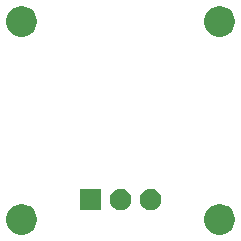
<source format=gbr>
G04 #@! TF.GenerationSoftware,KiCad,Pcbnew,(5.1.5)-3*
G04 #@! TF.CreationDate,2021-10-23T23:41:10-05:00*
G04 #@! TF.ProjectId,MagneticSensor,4d61676e-6574-4696-9353-656e736f722e,rev?*
G04 #@! TF.SameCoordinates,Original*
G04 #@! TF.FileFunction,Soldermask,Bot*
G04 #@! TF.FilePolarity,Negative*
%FSLAX46Y46*%
G04 Gerber Fmt 4.6, Leading zero omitted, Abs format (unit mm)*
G04 Created by KiCad (PCBNEW (5.1.5)-3) date 2021-10-23 23:41:10*
%MOMM*%
%LPD*%
G04 APERTURE LIST*
%ADD10C,0.100000*%
G04 APERTURE END LIST*
D10*
G36*
X157351487Y-104920996D02*
G01*
X157588253Y-105019068D01*
X157588255Y-105019069D01*
X157664408Y-105069953D01*
X157801339Y-105161447D01*
X157982553Y-105342661D01*
X158124932Y-105555747D01*
X158223004Y-105792513D01*
X158273000Y-106043861D01*
X158273000Y-106300139D01*
X158223004Y-106551487D01*
X158124932Y-106788253D01*
X158124931Y-106788255D01*
X157982553Y-107001339D01*
X157801339Y-107182553D01*
X157588255Y-107324931D01*
X157588254Y-107324932D01*
X157588253Y-107324932D01*
X157351487Y-107423004D01*
X157100139Y-107473000D01*
X156843861Y-107473000D01*
X156592513Y-107423004D01*
X156355747Y-107324932D01*
X156355746Y-107324932D01*
X156355745Y-107324931D01*
X156142661Y-107182553D01*
X155961447Y-107001339D01*
X155819069Y-106788255D01*
X155819068Y-106788253D01*
X155720996Y-106551487D01*
X155671000Y-106300139D01*
X155671000Y-106043861D01*
X155720996Y-105792513D01*
X155819068Y-105555747D01*
X155961447Y-105342661D01*
X156142661Y-105161447D01*
X156279592Y-105069953D01*
X156355745Y-105019069D01*
X156355747Y-105019068D01*
X156592513Y-104920996D01*
X156843861Y-104871000D01*
X157100139Y-104871000D01*
X157351487Y-104920996D01*
G37*
G36*
X140587487Y-104920996D02*
G01*
X140824253Y-105019068D01*
X140824255Y-105019069D01*
X140900408Y-105069953D01*
X141037339Y-105161447D01*
X141218553Y-105342661D01*
X141360932Y-105555747D01*
X141459004Y-105792513D01*
X141509000Y-106043861D01*
X141509000Y-106300139D01*
X141459004Y-106551487D01*
X141360932Y-106788253D01*
X141360931Y-106788255D01*
X141218553Y-107001339D01*
X141037339Y-107182553D01*
X140824255Y-107324931D01*
X140824254Y-107324932D01*
X140824253Y-107324932D01*
X140587487Y-107423004D01*
X140336139Y-107473000D01*
X140079861Y-107473000D01*
X139828513Y-107423004D01*
X139591747Y-107324932D01*
X139591746Y-107324932D01*
X139591745Y-107324931D01*
X139378661Y-107182553D01*
X139197447Y-107001339D01*
X139055069Y-106788255D01*
X139055068Y-106788253D01*
X138956996Y-106551487D01*
X138907000Y-106300139D01*
X138907000Y-106043861D01*
X138956996Y-105792513D01*
X139055068Y-105555747D01*
X139197447Y-105342661D01*
X139378661Y-105161447D01*
X139515592Y-105069953D01*
X139591745Y-105019069D01*
X139591747Y-105019068D01*
X139828513Y-104920996D01*
X140079861Y-104871000D01*
X140336139Y-104871000D01*
X140587487Y-104920996D01*
G37*
G36*
X151230812Y-103599527D02*
G01*
X151380112Y-103629224D01*
X151544084Y-103697144D01*
X151691654Y-103795747D01*
X151817153Y-103921246D01*
X151915756Y-104068816D01*
X151983676Y-104232788D01*
X152018300Y-104406859D01*
X152018300Y-104584341D01*
X151983676Y-104758412D01*
X151915756Y-104922384D01*
X151817153Y-105069954D01*
X151691654Y-105195453D01*
X151544084Y-105294056D01*
X151380112Y-105361976D01*
X151230812Y-105391673D01*
X151206042Y-105396600D01*
X151028558Y-105396600D01*
X151003788Y-105391673D01*
X150854488Y-105361976D01*
X150690516Y-105294056D01*
X150542946Y-105195453D01*
X150417447Y-105069954D01*
X150318844Y-104922384D01*
X150250924Y-104758412D01*
X150216300Y-104584341D01*
X150216300Y-104406859D01*
X150250924Y-104232788D01*
X150318844Y-104068816D01*
X150417447Y-103921246D01*
X150542946Y-103795747D01*
X150690516Y-103697144D01*
X150854488Y-103629224D01*
X151003788Y-103599527D01*
X151028558Y-103594600D01*
X151206042Y-103594600D01*
X151230812Y-103599527D01*
G37*
G36*
X148690812Y-103599527D02*
G01*
X148840112Y-103629224D01*
X149004084Y-103697144D01*
X149151654Y-103795747D01*
X149277153Y-103921246D01*
X149375756Y-104068816D01*
X149443676Y-104232788D01*
X149478300Y-104406859D01*
X149478300Y-104584341D01*
X149443676Y-104758412D01*
X149375756Y-104922384D01*
X149277153Y-105069954D01*
X149151654Y-105195453D01*
X149004084Y-105294056D01*
X148840112Y-105361976D01*
X148690812Y-105391673D01*
X148666042Y-105396600D01*
X148488558Y-105396600D01*
X148463788Y-105391673D01*
X148314488Y-105361976D01*
X148150516Y-105294056D01*
X148002946Y-105195453D01*
X147877447Y-105069954D01*
X147778844Y-104922384D01*
X147710924Y-104758412D01*
X147676300Y-104584341D01*
X147676300Y-104406859D01*
X147710924Y-104232788D01*
X147778844Y-104068816D01*
X147877447Y-103921246D01*
X148002946Y-103795747D01*
X148150516Y-103697144D01*
X148314488Y-103629224D01*
X148463788Y-103599527D01*
X148488558Y-103594600D01*
X148666042Y-103594600D01*
X148690812Y-103599527D01*
G37*
G36*
X146938300Y-105396600D02*
G01*
X145136300Y-105396600D01*
X145136300Y-103594600D01*
X146938300Y-103594600D01*
X146938300Y-105396600D01*
G37*
G36*
X157351487Y-88156996D02*
G01*
X157588253Y-88255068D01*
X157588255Y-88255069D01*
X157801339Y-88397447D01*
X157982553Y-88578661D01*
X158124932Y-88791747D01*
X158223004Y-89028513D01*
X158273000Y-89279861D01*
X158273000Y-89536139D01*
X158223004Y-89787487D01*
X158124932Y-90024253D01*
X158124931Y-90024255D01*
X157982553Y-90237339D01*
X157801339Y-90418553D01*
X157588255Y-90560931D01*
X157588254Y-90560932D01*
X157588253Y-90560932D01*
X157351487Y-90659004D01*
X157100139Y-90709000D01*
X156843861Y-90709000D01*
X156592513Y-90659004D01*
X156355747Y-90560932D01*
X156355746Y-90560932D01*
X156355745Y-90560931D01*
X156142661Y-90418553D01*
X155961447Y-90237339D01*
X155819069Y-90024255D01*
X155819068Y-90024253D01*
X155720996Y-89787487D01*
X155671000Y-89536139D01*
X155671000Y-89279861D01*
X155720996Y-89028513D01*
X155819068Y-88791747D01*
X155961447Y-88578661D01*
X156142661Y-88397447D01*
X156355745Y-88255069D01*
X156355747Y-88255068D01*
X156592513Y-88156996D01*
X156843861Y-88107000D01*
X157100139Y-88107000D01*
X157351487Y-88156996D01*
G37*
G36*
X140587487Y-88156996D02*
G01*
X140824253Y-88255068D01*
X140824255Y-88255069D01*
X141037339Y-88397447D01*
X141218553Y-88578661D01*
X141360932Y-88791747D01*
X141459004Y-89028513D01*
X141509000Y-89279861D01*
X141509000Y-89536139D01*
X141459004Y-89787487D01*
X141360932Y-90024253D01*
X141360931Y-90024255D01*
X141218553Y-90237339D01*
X141037339Y-90418553D01*
X140824255Y-90560931D01*
X140824254Y-90560932D01*
X140824253Y-90560932D01*
X140587487Y-90659004D01*
X140336139Y-90709000D01*
X140079861Y-90709000D01*
X139828513Y-90659004D01*
X139591747Y-90560932D01*
X139591746Y-90560932D01*
X139591745Y-90560931D01*
X139378661Y-90418553D01*
X139197447Y-90237339D01*
X139055069Y-90024255D01*
X139055068Y-90024253D01*
X138956996Y-89787487D01*
X138907000Y-89536139D01*
X138907000Y-89279861D01*
X138956996Y-89028513D01*
X139055068Y-88791747D01*
X139197447Y-88578661D01*
X139378661Y-88397447D01*
X139591745Y-88255069D01*
X139591747Y-88255068D01*
X139828513Y-88156996D01*
X140079861Y-88107000D01*
X140336139Y-88107000D01*
X140587487Y-88156996D01*
G37*
M02*

</source>
